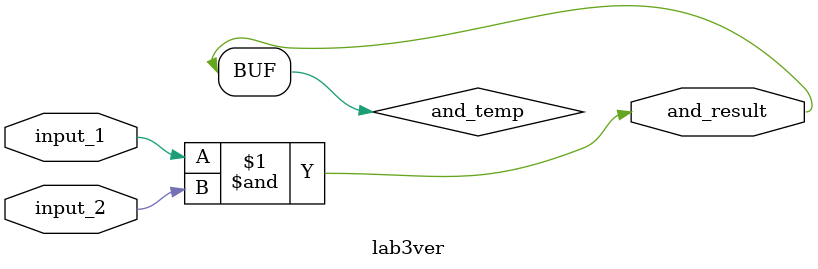
<source format=v>
module lab3ver
	(
		input_1,
		input_2,
		and_result);
	
	input input_1;
	input input_2;
	output and_result;
	
	wire and_temp;
	
	assign and_temp = input_1 & input_2;
	
	assign and_result = and_temp;

endmodule
</source>
